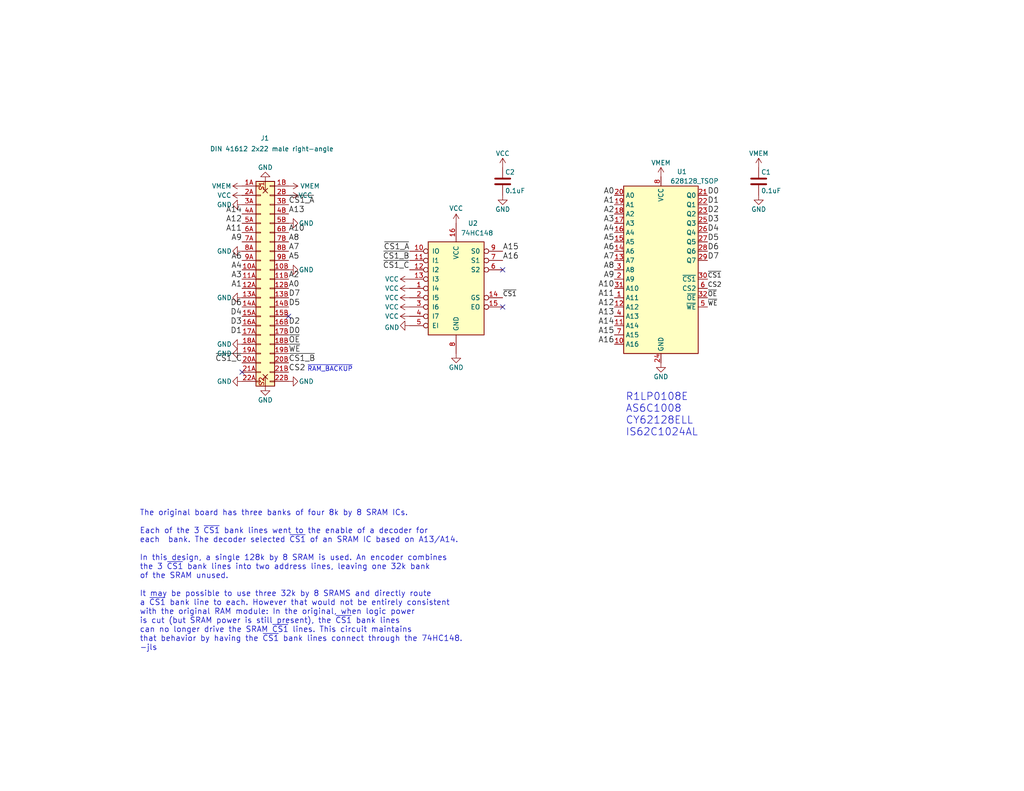
<source format=kicad_sch>
(kicad_sch (version 20211123) (generator eeschema)
  (paper "USLetter")
  (title_block (title "TANDY 600 RAM - 74148") (date "2022-09-25") (rev "001") (company "Brian K. White - b.kenyon.w@gmail.com") (comment 1 "LICENSE: CC-BY-SA 4.0") (comment 2 "Originally based on Model600Sram_v1.1 by Jayeson Lee-Steer"))
  (lib_symbols
    (symbol "000_LOCAL:628128_TSOP"
      (property "Reference" "U" (at -10.16 23.495 0))
      (property "Value" "628128_TSOP" (at 2.54 23.495 0))
      (symbol "628128_TSOP_0_0"
        (pin power_in line (at 0 -25.4 90) (length 2.54) (name "GND") (number "24"))
        (pin power_in line (at 0 25.4 270) (length 2.54) (name "VCC") (number "8"))
      )
      (symbol "628128_TSOP_0_1"
        (rectangle (start -10.16 22.86) (end 10.16 -22.86) (stroke (width 0.254)) (fill (type background)))
      )
      (symbol "628128_TSOP_1_1"
        (pin input line (at -12.7 -7.62 0) (length 2.54) (name "A11") (number "1"))
        (pin input line (at -12.7 -20.32 0) (length 2.54) (name "A16") (number "10"))
        (pin input line (at -12.7 -15.24 0) (length 2.54) (name "A14") (number "11"))
        (pin input line (at -12.7 -10.16 0) (length 2.54) (name "A12") (number "12"))
        (pin input line (at -12.7 2.54 0) (length 2.54) (name "A7") (number "13"))
        (pin input line (at -12.7 5.08 0) (length 2.54) (name "A6") (number "14"))
        (pin input line (at -12.7 7.62 0) (length 2.54) (name "A5") (number "15"))
        (pin input line (at -12.7 10.16 0) (length 2.54) (name "A4") (number "16"))
        (pin input line (at -12.7 12.7 0) (length 2.54) (name "A3") (number "17"))
        (pin input line (at -12.7 15.24 0) (length 2.54) (name "A2") (number "18"))
        (pin input line (at -12.7 17.78 0) (length 2.54) (name "A1") (number "19"))
        (pin input line (at -12.7 -2.54 0) (length 2.54) (name "A9") (number "2"))
        (pin input line (at -12.7 20.32 0) (length 2.54) (name "A0") (number "20"))
        (pin tri_state line (at 12.7 20.32 180) (length 2.54) (name "Q0") (number "21"))
        (pin tri_state line (at 12.7 17.78 180) (length 2.54) (name "Q1") (number "22"))
        (pin tri_state line (at 12.7 15.24 180) (length 2.54) (name "Q2") (number "23"))
        (pin tri_state line (at 12.7 12.7 180) (length 2.54) (name "Q3") (number "25"))
        (pin tri_state line (at 12.7 10.16 180) (length 2.54) (name "Q4") (number "26"))
        (pin tri_state line (at 12.7 7.62 180) (length 2.54) (name "Q5") (number "27"))
        (pin tri_state line (at 12.7 5.08 180) (length 2.54) (name "Q6") (number "28"))
        (pin tri_state line (at 12.7 2.54 180) (length 2.54) (name "Q7") (number "29"))
        (pin input line (at -12.7 0 0) (length 2.54) (name "A8") (number "3"))
        (pin input line (at 12.7 -2.54 180) (length 2.54) (name "~{CS1}") (number "30"))
        (pin input line (at -12.7 -5.08 0) (length 2.54) (name "A10") (number "31"))
        (pin input line (at 12.7 -7.62 180) (length 2.54) (name "~{OE}") (number "32"))
        (pin input line (at -12.7 -12.7 0) (length 2.54) (name "A13") (number "4"))
        (pin input line (at 12.7 -10.16 180) (length 2.54) (name "~{WE}") (number "5"))
        (pin input line (at 12.7 -5.08 180) (length 2.54) (name "CS2") (number "6"))
        (pin input line (at -12.7 -17.78 0) (length 2.54) (name "A15") (number "7"))
        (pin no_connect line (at 10.16 -20.32 180) (length 2.54) hide (name "NC") (number "9"))
      )
    )
    (symbol "000_LOCAL:74HC148" (pin_names (offset 1.016))
      (property "Reference" "U" (at -7.62 13.97 0))
      (property "Value" "74HC148" (at -7.62 -13.97 0))
      (symbol "74HC148_1_0"
        (pin input inverted (at -12.7 0 0) (length 5.08) (name "I4") (number "1"))
        (pin input inverted (at -12.7 10.16 0) (length 5.08) (name "IO") (number "10"))
        (pin input inverted (at -12.7 7.62 0) (length 5.08) (name "I1") (number "11"))
        (pin input inverted (at -12.7 5.08 0) (length 5.08) (name "I2") (number "12"))
        (pin input inverted (at -12.7 2.54 0) (length 5.08) (name "I3") (number "13"))
        (pin output inverted (at 12.7 -2.54 180) (length 5.08) (name "GS") (number "14"))
        (pin output inverted (at 12.7 -5.08 180) (length 5.08) (name "EO") (number "15"))
        (pin power_in line (at 0 17.78 270) (length 5.08) (name "VCC") (number "16"))
        (pin input inverted (at -12.7 -2.54 0) (length 5.08) (name "I5") (number "2"))
        (pin input inverted (at -12.7 -5.08 0) (length 5.08) (name "I6") (number "3"))
        (pin input inverted (at -12.7 -7.62 0) (length 5.08) (name "I7") (number "4"))
        (pin input inverted (at -12.7 -10.16 0) (length 5.08) (name "EI") (number "5"))
        (pin output inverted (at 12.7 5.08 180) (length 5.08) (name "S2") (number "6"))
        (pin output inverted (at 12.7 7.62 180) (length 5.08) (name "S1") (number "7"))
        (pin power_in line (at 0 -17.78 90) (length 5.08) (name "GND") (number "8"))
        (pin output inverted (at 12.7 10.16 180) (length 5.08) (name "S0") (number "9"))
      )
      (symbol "74HC148_1_1"
        (rectangle (start -7.62 12.7) (end 7.62 -12.7) (stroke (width 0.254)) (fill (type background)))
      )
    )
    (symbol "000_LOCAL:C" (pin_numbers hide) (pin_names (offset 0.254))
      (property "Reference" "C" (at 0.635 2.54 0))
      (property "Value" "C" (at 0.635 -2.54 0))
      (symbol "C_0_1"
        (polyline (pts (xy -2.032 -0.762) (xy 2.032 -0.762)) (stroke (width 0.508)))
        (polyline (pts (xy -2.032 0.762) (xy 2.032 0.762)) (stroke (width 0.508)))
      )
      (symbol "C_1_1"
        (pin passive line (at 0 3.81 270) (length 2.794) (name "~") (number "1"))
        (pin passive line (at 0 -3.81 90) (length 2.794) (name "~") (number "2"))
      )
    )
    (symbol "000_LOCAL:DIN 41612 2x22 male right-angle" (pin_names (offset 1.016) hide)
      (property "Reference" "J" (at -2.7432 28.9052 0))
      (property "Value" "DIN 41612 2x22 male right-angle" (at 18.8468 28.8036 0))
      (symbol "DIN 41612 2x22 male right-angle_1_1"
        (rectangle (start -1.27 -27.813) (end 0 -28.067) (stroke (width 0.1524)))
        (rectangle (start -1.27 -25.273) (end 0 -25.527) (stroke (width 0.1524)))
        (rectangle (start -1.27 -22.733) (end 0 -22.987) (stroke (width 0.1524)))
        (rectangle (start -1.27 -20.193) (end 0 -20.447) (stroke (width 0.1524)))
        (rectangle (start -1.27 -17.653) (end 0 -17.907) (stroke (width 0.1524)))
        (rectangle (start -1.27 -15.113) (end 0 -15.367) (stroke (width 0.1524)))
        (rectangle (start -1.27 -12.573) (end 0 -12.827) (stroke (width 0.1524)))
        (rectangle (start -1.27 -10.033) (end 0 -10.287) (stroke (width 0.1524)))
        (rectangle (start -1.27 -7.493) (end 0 -7.747) (stroke (width 0.1524)))
        (rectangle (start -1.27 -4.953) (end 0 -5.207) (stroke (width 0.1524)))
        (rectangle (start -1.27 -2.413) (end 0 -2.667) (stroke (width 0.1524)))
        (rectangle (start -1.27 0.127) (end 0 -0.127) (stroke (width 0.1524)))
        (rectangle (start -1.27 2.667) (end 0 2.413) (stroke (width 0.1524)))
        (rectangle (start -1.27 5.207) (end 0 4.953) (stroke (width 0.1524)))
        (rectangle (start -1.27 7.747) (end 0 7.493) (stroke (width 0.1524)))
        (rectangle (start -1.27 10.287) (end 0 10.033) (stroke (width 0.1524)))
        (rectangle (start -1.27 12.827) (end 0 12.573) (stroke (width 0.1524)))
        (rectangle (start -1.27 15.367) (end 0 15.113) (stroke (width 0.1524)))
        (rectangle (start -1.27 17.907) (end 0 17.653) (stroke (width 0.1524)))
        (rectangle (start -1.27 20.447) (end 0 20.193) (stroke (width 0.1524)))
        (rectangle (start -1.27 22.987) (end 0 22.733) (stroke (width 0.1524)))
        (rectangle (start -1.27 25.527) (end 0 25.273) (stroke (width 0.1524)))
        (rectangle (start -1.27 26.67) (end 3.81 -29.21) (stroke (width 0.254)) (fill (type background)))
        (rectangle (start 3.81 -27.813) (end 2.54 -28.067) (stroke (width 0.1524)))
        (rectangle (start 3.81 -25.273) (end 2.54 -25.527) (stroke (width 0.1524)))
        (rectangle (start 3.81 -22.733) (end 2.54 -22.987) (stroke (width 0.1524)))
        (rectangle (start 3.81 -20.193) (end 2.54 -20.447) (stroke (width 0.1524)))
        (rectangle (start 3.81 -17.653) (end 2.54 -17.907) (stroke (width 0.1524)))
        (rectangle (start 3.81 -15.113) (end 2.54 -15.367) (stroke (width 0.1524)))
        (rectangle (start 3.81 -12.573) (end 2.54 -12.827) (stroke (width 0.1524)))
        (rectangle (start 3.81 -10.033) (end 2.54 -10.287) (stroke (width 0.1524)))
        (rectangle (start 3.81 -7.493) (end 2.54 -7.747) (stroke (width 0.1524)))
        (rectangle (start 3.81 -4.953) (end 2.54 -5.207) (stroke (width 0.1524)))
        (rectangle (start 3.81 -2.413) (end 2.54 -2.667) (stroke (width 0.1524)))
        (rectangle (start 3.81 0.127) (end 2.54 -0.127) (stroke (width 0.1524)))
        (rectangle (start 3.81 2.667) (end 2.54 2.413) (stroke (width 0.1524)))
        (rectangle (start 3.81 5.207) (end 2.54 4.953) (stroke (width 0.1524)))
        (rectangle (start 3.81 7.747) (end 2.54 7.493) (stroke (width 0.1524)))
        (rectangle (start 3.81 10.287) (end 2.54 10.033) (stroke (width 0.1524)))
        (rectangle (start 3.81 12.827) (end 2.54 12.573) (stroke (width 0.1524)))
        (rectangle (start 3.81 15.367) (end 2.54 15.113) (stroke (width 0.1524)))
        (rectangle (start 3.81 17.907) (end 2.54 17.653) (stroke (width 0.1524)))
        (rectangle (start 3.81 20.447) (end 2.54 20.193) (stroke (width 0.1524)))
        (rectangle (start 3.81 22.987) (end 2.54 22.733) (stroke (width 0.1524)))
        (rectangle (start 3.81 25.527) (end 2.54 25.273) (stroke (width 0.1524)))
        (pin passive line (at -5.08 2.54 0) (length 3.81) (name "10A") (number "10A"))
        (pin passive line (at 7.62 2.54 180) (length 3.81) (name "10B") (number "10B"))
        (pin passive line (at -5.08 0 0) (length 3.81) (name "11A") (number "11A"))
        (pin passive line (at 7.62 0 180) (length 3.81) (name "11B") (number "11B"))
        (pin passive line (at -5.08 -2.54 0) (length 3.81) (name "12A") (number "12A"))
        (pin passive line (at 7.62 -2.54 180) (length 3.81) (name "12B") (number "12B"))
        (pin passive line (at -5.08 -5.08 0) (length 3.81) (name "13A") (number "13A"))
        (pin passive line (at 7.62 -5.08 180) (length 3.81) (name "13B") (number "13B"))
        (pin passive line (at -5.08 -7.62 0) (length 3.81) (name "14A") (number "14A"))
        (pin passive line (at 7.62 -7.62 180) (length 3.81) (name "14B") (number "14B"))
        (pin passive line (at -5.08 -10.16 0) (length 3.81) (name "15A") (number "15A"))
        (pin passive line (at 7.62 -10.16 180) (length 3.81) (name "15B") (number "15B"))
        (pin passive line (at -5.08 -12.7 0) (length 3.81) (name "16A") (number "16A"))
        (pin passive line (at 7.62 -12.7 180) (length 3.81) (name "16B") (number "16B"))
        (pin passive line (at -5.08 -15.24 0) (length 3.81) (name "17A") (number "17A"))
        (pin passive line (at 7.62 -15.24 180) (length 3.81) (name "17B") (number "17B"))
        (pin passive line (at -5.08 -17.78 0) (length 3.81) (name "18A") (number "18A"))
        (pin passive line (at 7.62 -17.78 180) (length 3.81) (name "18B") (number "18B"))
        (pin passive line (at -5.08 -20.32 0) (length 3.81) (name "19A") (number "19A"))
        (pin passive line (at 7.62 -20.32 180) (length 3.81) (name "19B") (number "19B"))
        (pin passive line (at -5.08 25.4 0) (length 3.81) (name "1A") (number "1A"))
        (pin passive line (at 7.62 25.4 180) (length 3.81) (name "1B") (number "1B"))
        (pin passive line (at -5.08 -22.86 0) (length 3.81) (name "20A") (number "20A"))
        (pin passive line (at 7.62 -22.86 180) (length 3.81) (name "20B") (number "20B"))
        (pin passive line (at -5.08 -25.4 0) (length 3.81) (name "21A") (number "21A"))
        (pin passive line (at 7.62 -25.4 180) (length 3.81) (name "21B") (number "21B"))
        (pin passive line (at -5.08 -27.94 0) (length 3.81) (name "22A") (number "22A"))
        (pin passive line (at 7.62 -27.94 180) (length 3.81) (name "22B") (number "22B"))
        (pin passive line (at -5.08 22.86 0) (length 3.81) (name "2A") (number "2A"))
        (pin passive line (at 7.62 22.86 180) (length 3.81) (name "2B") (number "2B"))
        (pin passive line (at -5.08 20.32 0) (length 3.81) (name "3A") (number "3A"))
        (pin passive line (at 7.62 20.32 180) (length 3.81) (name "3B") (number "3B"))
        (pin passive line (at -5.08 17.78 0) (length 3.81) (name "4A") (number "4A"))
        (pin passive line (at 7.62 17.78 180) (length 3.81) (name "4B") (number "4B"))
        (pin passive line (at -5.08 15.24 0) (length 3.81) (name "5A") (number "5A"))
        (pin passive line (at 7.62 15.24 180) (length 3.81) (name "5B") (number "5B"))
        (pin passive line (at -5.08 12.7 0) (length 3.81) (name "6A") (number "6A"))
        (pin passive line (at 7.62 12.7 180) (length 3.81) (name "6B") (number "6B"))
        (pin passive line (at -5.08 10.16 0) (length 3.81) (name "7A") (number "7A"))
        (pin passive line (at 7.62 10.16 180) (length 3.81) (name "7B") (number "7B"))
        (pin passive line (at -5.08 7.62 0) (length 3.81) (name "8A") (number "8A"))
        (pin passive line (at 7.62 7.62 180) (length 3.81) (name "8B") (number "8B"))
        (pin passive line (at -5.08 5.08 0) (length 3.81) (name "9A") (number "9A"))
        (pin passive line (at 7.62 5.08 180) (length 3.81) (name "9B") (number "9B"))
        (pin passive non_logic (at 1.27 26.67 270) (length 2.54) (name "mount") (number "S1"))
        (pin passive non_logic (at 1.27 -29.21 90) (length 2.54) (name "mount") (number "S2"))
      )
    )
    (symbol "000_LOCAL:GND" (power) (pin_names (offset 0))
      (property "Value" "GND" (at 0 -3.81 0))
      (symbol "GND_0_1"
        (polyline (pts (xy 0 0) (xy 0 -1.27) (xy 1.27 -1.27) (xy 0 -2.54) (xy -1.27 -1.27) (xy 0 -1.27)))
      )
      (symbol "GND_1_1"
        (pin power_in line (at 0 0 270) (length 0) hide (name "GND") (number "1"))
      )
    )
    (symbol "000_LOCAL:VCC" (power) (pin_names (offset 0))
      (property "Value" "VCC" (at 0 3.81 0))
      (symbol "VCC_0_1"
        (polyline (pts (xy -0.762 1.27) (xy 0 2.54)))
        (polyline (pts (xy 0 0) (xy 0 2.54)))
        (polyline (pts (xy 0 2.54) (xy 0.762 1.27)))
      )
      (symbol "VCC_1_1"
        (pin power_in line (at 0 0 90) (length 0) hide (name "VCC") (number "1"))
      )
    )
    (symbol "000_LOCAL:VMEM" (power) (pin_names (offset 0))
      (property "Value" "VMEM" (at 0 3.81 0))
      (symbol "VMEM_0_1"
        (polyline (pts (xy -0.762 1.27) (xy 0 2.54)))
        (polyline (pts (xy 0 0) (xy 0 2.54)))
        (polyline (pts (xy 0 2.54) (xy 0.762 1.27)))
      )
      (symbol "VMEM_1_1"
        (pin power_in line (at 0 0 90) (length 0) hide (name "VMEM") (number "1"))
      )
    )
  )
  (no_connect (at 66.04 101.6))
  (no_connect (at 78.74 86.36))
  (no_connect (at 137.16 83.82))
  (no_connect (at 137.16 73.66))
  (text "~{RAM_BACKUP}" (at 83.82 101.6 0) (effects (font (size 1.27 1.27)) (justify left bottom)))
  (text "R1LP0108E\nAS6C1008\nCY62128ELL\nIS62C1024AL\n" (at 170.688 119.253 0) (effects (font (size 2 2)) (justify left bottom)))
  (text "The original board has three banks of four 8k by 8 SRAM ICs. \n\nEach of the 3 ~{CS1} bank lines went to the enable of a decoder for \neach  bank. The decoder selected ~{CS1} of an SRAM IC based on A13/A14.\n\nIn this design, a single 128k by 8 SRAM is used. An encoder combines \nthe 3 ~{CS1} bank lines into two address lines, leaving one 32k bank \nof the SRAM unused. \n\nIt may be possible to use three 32k by 8 SRAMS and directly route\na ~{CS1} bank line to each. However that would not be entirely consistent \nwith the original RAM module: In the original, when logic power \nis cut (but SRAM power is still present), the ~{CS1} bank lines \ncan no longer drive the SRAM ~{CS1} lines. This circuit maintains\nthat behavior by having the ~{CS1} bank lines connect through the 74HC148.\n-jls" (at 38.1 177.8 0) (effects (font (size 1.524 1.524)) (justify left bottom)))
  (label "A16" (at 137.16 71.12 0) (effects (font (size 1.524 1.524))))
  (label "D2" (at 78.74 88.9 0) (effects (font (size 1.524 1.524))))
  (label "~{CS1_C}" (at 66.04 99.06 180) (effects (font (size 1.524 1.524))))
  (label "A13" (at 78.74 58.42 0) (effects (font (size 1.524 1.524))))
  (label "A12" (at 66.04 60.96 180) (effects (font (size 1.524 1.524))))
  (label "D6" (at 66.04 83.82 180) (effects (font (size 1.524 1.524))))
  (label "A13" (at 167.64 86.36 180) (effects (font (size 1.524 1.524))))
  (label "A7" (at 167.64 71.12 180) (effects (font (size 1.524 1.524))))
  (label "A1" (at 167.64 55.88 180) (effects (font (size 1.524 1.524))))
  (label "~{WE}" (at 193.04 83.82 0))
  (label "A4" (at 66.04 73.66 180) (effects (font (size 1.524 1.524))))
  (label "A3" (at 66.04 76.2 180) (effects (font (size 1.524 1.524))))
  (label "A4" (at 167.64 63.5 180) (effects (font (size 1.524 1.524))))
  (label "A12" (at 167.64 83.82 180) (effects (font (size 1.524 1.524))))
  (label "A9" (at 167.64 76.2 180) (effects (font (size 1.524 1.524))))
  (label "D0" (at 193.04 53.34 0) (effects (font (size 1.524 1.524))))
  (label "D0" (at 78.74 91.44 0) (effects (font (size 1.524 1.524))))
  (label "D7" (at 78.74 81.28 0) (effects (font (size 1.524 1.524))))
  (label "CS2" (at 78.74 101.6 0) (effects (font (size 1.524 1.524))))
  (label "A2" (at 78.74 76.2 0) (effects (font (size 1.524 1.524))))
  (label "D5" (at 193.04 66.04 0) (effects (font (size 1.524 1.524))))
  (label "A5" (at 167.64 66.04 180) (effects (font (size 1.524 1.524))))
  (label "A1" (at 66.04 78.74 180) (effects (font (size 1.524 1.524))))
  (label "~{CS1_B}" (at 111.76 71.12 180) (effects (font (size 1.524 1.524))))
  (label "~{CS1_A}" (at 78.74 55.88 0) (effects (font (size 1.524 1.524))))
  (label "CS2" (at 193.04 78.74 0))
  (label "~{CS1}" (at 137.16 81.28 0))
  (label "D4" (at 66.04 86.36 180) (effects (font (size 1.524 1.524))))
  (label "A11" (at 167.64 81.28 180) (effects (font (size 1.524 1.524))))
  (label "A16" (at 167.64 93.98 180) (effects (font (size 1.524 1.524))))
  (label "D1" (at 66.04 91.44 180) (effects (font (size 1.524 1.524))))
  (label "A10" (at 167.64 78.74 180) (effects (font (size 1.524 1.524))))
  (label "A3" (at 167.64 60.96 180) (effects (font (size 1.524 1.524))))
  (label "~{CS1_B}" (at 78.74 99.06 0) (effects (font (size 1.524 1.524))))
  (label "D5" (at 78.74 83.82 0) (effects (font (size 1.524 1.524))))
  (label "A6" (at 66.04 71.12 180) (effects (font (size 1.524 1.524))))
  (label "A5" (at 78.74 71.12 0) (effects (font (size 1.524 1.524))))
  (label "~{OE}" (at 78.74 93.98 0) (effects (font (size 1.524 1.524))))
  (label "A0" (at 78.74 78.74 0) (effects (font (size 1.524 1.524))))
  (label "A8" (at 78.74 66.04 0) (effects (font (size 1.524 1.524))))
  (label "D1" (at 193.04 55.88 0) (effects (font (size 1.524 1.524))))
  (label "D3" (at 66.04 88.9 180) (effects (font (size 1.524 1.524))))
  (label "A14" (at 167.64 88.9 180) (effects (font (size 1.524 1.524))))
  (label "A10" (at 78.74 63.5 0) (effects (font (size 1.524 1.524))))
  (label "A11" (at 66.04 63.5 180) (effects (font (size 1.524 1.524))))
  (label "A2" (at 167.64 58.42 180) (effects (font (size 1.524 1.524))))
  (label "D7" (at 193.04 71.12 0) (effects (font (size 1.524 1.524))))
  (label "A14" (at 66.04 58.42 180) (effects (font (size 1.524 1.524))))
  (label "~{CS1_A}" (at 111.76 68.58 180) (effects (font (size 1.524 1.524))))
  (label "A8" (at 167.64 73.66 180) (effects (font (size 1.524 1.524))))
  (label "D2" (at 193.04 58.42 0) (effects (font (size 1.524 1.524))))
  (label "D3" (at 193.04 60.96 0) (effects (font (size 1.524 1.524))))
  (label "A7" (at 78.74 68.58 0) (effects (font (size 1.524 1.524))))
  (label "~{CS1_C}" (at 111.76 73.66 180) (effects (font (size 1.524 1.524))))
  (label "A15" (at 167.64 91.44 180) (effects (font (size 1.524 1.524))))
  (label "A15" (at 137.16 68.58 0) (effects (font (size 1.524 1.524))))
  (label "A0" (at 167.64 53.34 180) (effects (font (size 1.524 1.524))))
  (label "A9" (at 66.04 66.04 180) (effects (font (size 1.524 1.524))))
  (label "~{OE}" (at 193.04 81.28 0))
  (label "A6" (at 167.64 68.58 180) (effects (font (size 1.524 1.524))))
  (label "~{CS1}" (at 193.04 76.2 0))
  (label "D4" (at 193.04 63.5 0) (effects (font (size 1.524 1.524))))
  (label "D6" (at 193.04 68.58 0) (effects (font (size 1.524 1.524))))
  (label "~{WE}" (at 78.74 96.52 0) (effects (font (size 1.524 1.524))))
  (symbol (lib_id "000_LOCAL:C") (at 207.01 49.53 0) (unit 1)
    (property "Reference" "C1" (at 207.645 46.99 0) (effects (justify left)))
    (property "Value" "0.1uF" (at 207.645 52.07 0) (effects (justify left)))
    (property "Footprint" "000_LOCAL:C_0805" (effects hide))
  )
  (symbol (lib_id "000_LOCAL:C") (at 137.16 49.53 0) (unit 1)
    (property "Reference" "C2" (at 137.795 46.99 0) (effects (justify left)))
    (property "Value" "0.1uF" (at 137.795 52.07 0) (effects (justify left)))
    (property "Footprint" "000_LOCAL:C_0805" (effects hide))
  )
  (symbol (lib_id "000_LOCAL:DIN 41612 2x22 male right-angle") (at 71.12 76.2 0) (unit 1)
    (property "Reference" "J1" (at 72.263 37.719 0))
    (property "Value" "DIN 41612 2x22 male right-angle" (at 74.168 40.64 0))
    (property "Footprint" "000_LOCAL:DIN 41612 2x22 male right-angle" (effects hide))
  )
  (symbol (lib_id "000_LOCAL:VCC") (at 137.16 45.72 0) (unit 1)
    (property "Reference" "#PWR0104" (effects hide))
    (property "Value" "VCC" (at 137.16 41.91 0))
  )
  (symbol (lib_id "000_LOCAL:VMEM") (at 66.04 50.8 90) (unit 1)
    (property "Reference" "#PWR0101" (effects hide))
    (property "Value" "VMEM" (at 60.452 50.8 90))
  )
  (symbol (lib_id "000_LOCAL:VMEM") (at 78.74 50.8 270) (unit 1)
    (property "Reference" "#PWR0102" (effects hide))
    (property "Value" "VMEM" (at 84.582 50.8 90))
  )
  (symbol (lib_id "000_LOCAL:VCC") (at 66.04 53.34 90) (unit 1)
    (property "Reference" "#PWR0103" (effects hide))
    (property "Value" "VCC" (at 61.214 53.34 90))
  )
  (symbol (lib_id "000_LOCAL:VCC") (at 78.74 53.34 270) (unit 1)
    (property "Reference" "#PWR0108" (effects hide))
    (property "Value" "VCC" (at 83.312 53.34 90))
  )
  (symbol (lib_id "000_LOCAL:GND") (at 137.16 53.34 0) (unit 1)
    (property "Reference" "#PWR0105" (effects hide))
    (property "Value" "GND" (at 137.16 57.15 0))
  )
  (symbol (lib_id "000_LOCAL:GND") (at 207.01 53.34 0) (unit 1)
    (property "Reference" "#PWR0106" (effects hide))
    (property "Value" "GND" (at 207.01 57.15 0))
  )
  (symbol (lib_id "000_LOCAL:VMEM") (at 207.01 45.72 0) (unit 1)
    (property "Reference" "#PWR0107" (effects hide))
    (property "Value" "VMEM" (at 207.01 41.91 0))
  )
  (symbol (lib_id "000_LOCAL:GND") (at 78.74 60.96 90) (unit 1)
    (property "Reference" "#PWR0109" (effects hide))
    (property "Value" "GND" (at 83.566 60.96 90))
  )
  (symbol (lib_id "000_LOCAL:GND") (at 78.74 73.66 90) (unit 1)
    (property "Reference" "#PWR0110" (effects hide))
    (property "Value" "GND" (at 83.566 73.66 90))
  )
  (symbol (lib_id "000_LOCAL:VCC") (at 111.76 86.36 90) (unit 1)
    (property "Reference" "#PWR0113" (effects hide))
    (property "Value" "VCC" (at 106.934 86.36 90))
  )
  (symbol (lib_id "000_LOCAL:GND") (at 111.76 88.9 270) (unit 1)
    (property "Reference" "#PWR0114" (effects hide))
    (property "Value" "GND" (at 106.934 89.408 90))
  )
  (symbol (lib_id "000_LOCAL:VMEM") (at 180.34 48.26 0) (unit 1)
    (property "Reference" "#PWR0115" (effects hide))
    (property "Value" "VMEM" (at 180.34 44.45 0))
  )
  (symbol (lib_id "000_LOCAL:GND") (at 78.74 104.14 90) (unit 1)
    (property "Reference" "#PWR0111" (effects hide))
    (property "Value" "GND" (at 83.566 104.14 90))
  )
  (symbol (lib_id "000_LOCAL:GND") (at 66.04 55.88 270) (unit 1)
    (property "Reference" "#PWR0112" (effects hide))
    (property "Value" "GND" (at 61.214 55.88 90))
  )
  (symbol (lib_id "000_LOCAL:GND") (at 66.04 68.58 270) (unit 1)
    (property "Reference" "#PWR0116" (effects hide))
    (property "Value" "GND" (at 61.214 68.58 90))
  )
  (symbol (lib_id "000_LOCAL:GND") (at 66.04 81.28 270) (unit 1)
    (property "Reference" "#PWR0117" (effects hide))
    (property "Value" "GND" (at 61.214 81.28 90))
  )
  (symbol (lib_id "000_LOCAL:GND") (at 66.04 93.98 270) (unit 1)
    (property "Reference" "#PWR0118" (effects hide))
    (property "Value" "GND" (at 61.214 93.98 90))
  )
  (symbol (lib_id "000_LOCAL:GND") (at 66.04 96.52 270) (unit 1)
    (property "Reference" "#PWR0119" (effects hide))
    (property "Value" "GND" (at 61.214 96.52 90))
  )
  (symbol (lib_id "000_LOCAL:GND") (at 66.04 104.14 270) (unit 1)
    (property "Reference" "#PWR0120" (effects hide))
    (property "Value" "GND" (at 61.214 104.14 90))
  )
  (symbol (lib_id "000_LOCAL:VCC") (at 111.76 76.2 90) (unit 1)
    (property "Reference" "#PWR0121" (effects hide))
    (property "Value" "VCC" (at 106.934 76.2 90))
  )
  (symbol (lib_id "000_LOCAL:VCC") (at 111.76 78.74 90) (unit 1)
    (property "Reference" "#PWR0122" (effects hide))
    (property "Value" "VCC" (at 106.934 78.74 90))
  )
  (symbol (lib_id "000_LOCAL:VCC") (at 111.76 81.28 90) (unit 1)
    (property "Reference" "#PWR0123" (effects hide))
    (property "Value" "VCC" (at 106.934 81.28 90))
  )
  (symbol (lib_id "000_LOCAL:VCC") (at 111.76 83.82 90) (unit 1)
    (property "Reference" "#PWR0124" (effects hide))
    (property "Value" "VCC" (at 106.934 83.82 90))
  )
  (symbol (lib_id "000_LOCAL:74HC148") (at 124.46 78.74 0) (unit 1)
    (property "Reference" "U2" (at 129.032 60.96 0))
    (property "Value" "74HC148" (at 130.175 63.627 0))
    (property "Footprint" "000_LOCAL:SOIC-SOP-16" (effects hide))
  )
  (symbol (lib_id "000_LOCAL:VCC") (at 124.46 60.96 0) (unit 1)
    (property "Reference" "#PWR0125" (effects hide))
    (property "Value" "VCC" (at 124.46 56.896 0))
  )
  (symbol (lib_id "000_LOCAL:628128_TSOP") (at 180.34 73.66 0) (unit 1)
    (property "Reference" "U1" (at 186.055 46.863 0))
    (property "Value" "628128_TSOP" (at 182.88 50.165 0) (effects (justify left bottom)))
    (property "Footprint" "000_LOCAL:TSOP32-dual" (effects hide))
    (property "Datasheet" "http://www.futurlec.com/Datasheet/Memory/628128.pdf" (effects hide))
  )
  (symbol (lib_id "000_LOCAL:GND") (at 72.39 105.41 0) (unit 1)
    (property "Reference" "#PWR0126" (effects hide))
    (property "Value" "GND" (at 72.39 109.22 0))
  )
  (symbol (lib_id "000_LOCAL:GND") (at 72.39 49.53 0) (mirror x) (unit 1)
    (property "Reference" "#PWR0127" (effects hide))
    (property "Value" "GND" (at 72.39 45.72 0))
  )
  (symbol (lib_id "000_LOCAL:GND") (at 180.34 99.06 0) (unit 1)
    (property "Reference" "#PWR0129" (effects hide))
    (property "Value" "GND" (at 180.34 102.87 0))
  )
  (symbol (lib_id "000_LOCAL:GND") (at 124.46 96.52 0) (unit 1)
    (property "Reference" "#PWR0128" (effects hide))
    (property "Value" "GND" (at 124.46 100.33 0))
  )
)
</source>
